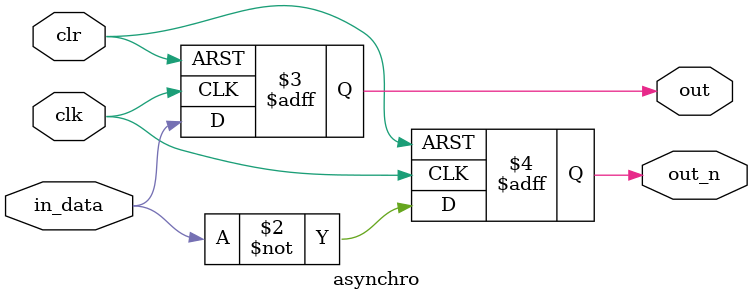
<source format=v>
module asynchro(clk, clr, in_data, out, out_n);
	input clk, clr, in_data;
	output reg out, out_n;
	
	always @(posedge clk or posedge clr)
		if(clr)
		begin
			out <= 0;
			out_n <= 1;
		end
		else
		begin
			out <= in_data;
			out_n <= ~in_data;
		end
endmodule

</source>
